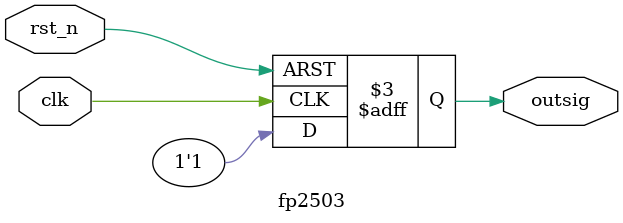
<source format=v>
`timescale 1ns / 1ps

module fp2503(
    input                               clk                        ,
    input                               rst_n                      ,
    output   reg                        outsig
);

always @(posedge clk or negedge rst_n) begin
    if(rst_n == 1'b0)
        outsig  <= 1'b0;
    else 
        outsig  <= 1'b1;
end
                                                                   
endmodule
</source>
